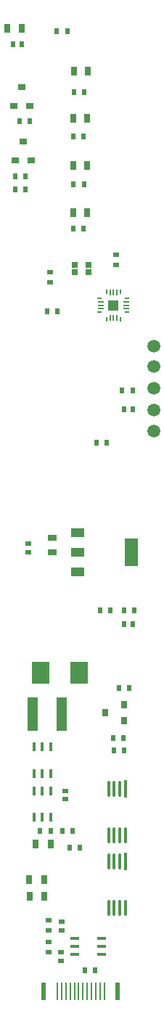
<source format=gtp>
%FSLAX25Y25*%
%MOIN*%
G70*
G01*
G75*
G04 Layer_Color=8421504*
%ADD10R,0.03150X0.03543*%
%ADD11R,0.03150X0.03543*%
%ADD12R,0.03150X0.03937*%
%ADD13C,0.05906*%
%ADD14R,0.05118X0.15748*%
%ADD15R,0.03150X0.02559*%
%ADD16R,0.00787X0.02362*%
%ADD17R,0.00787X0.03150*%
%ADD18R,0.02362X0.00787*%
%ADD19R,0.03150X0.00787*%
%ADD20R,0.05118X0.05118*%
%ADD21R,0.05906X0.03937*%
%ADD22R,0.05906X0.12992*%
%ADD23R,0.01063X0.07874*%
%ADD24R,0.02362X0.07874*%
%ADD25R,0.02165X0.02559*%
%ADD26R,0.01575X0.03937*%
%ADD27R,0.02362X0.02756*%
%ADD28R,0.03937X0.01575*%
%ADD29R,0.01181X0.07874*%
%ADD30O,0.01181X0.07874*%
%ADD31R,0.02559X0.02165*%
%ADD32R,0.03543X0.03150*%
%ADD33R,0.03543X0.03150*%
%ADD34R,0.07874X0.10000*%
%ADD35R,0.02756X0.02362*%
%ADD36R,0.03937X0.03150*%
%ADD37C,0.00787*%
%ADD38C,0.01000*%
%ADD39C,0.01181*%
%ADD40C,0.02362*%
%ADD41C,0.03150*%
%ADD42C,0.01575*%
%ADD43R,0.05906X0.05906*%
%ADD44C,0.01969*%
%ADD45C,0.03150*%
%ADD46C,0.00197*%
%ADD47C,0.00600*%
%ADD48C,0.00500*%
%ADD49C,0.00394*%
%ADD50C,0.00591*%
%ADD51C,0.00709*%
%ADD52C,0.01200*%
D10*
X61191Y-347290D02*
D03*
X52530Y-343550D02*
D03*
D11*
X61191Y-339810D02*
D03*
D12*
X17784Y-420130D02*
D03*
X24476D02*
D03*
X14346Y-29240D02*
D03*
X7654D02*
D03*
X38186Y-48700D02*
D03*
X44485D02*
D03*
X38050Y-70378D02*
D03*
X44350D02*
D03*
X38045Y-92143D02*
D03*
X44345D02*
D03*
X37951Y-113702D02*
D03*
X44250D02*
D03*
X20784Y-403930D02*
D03*
X27477D02*
D03*
X17864Y-427740D02*
D03*
X24556D02*
D03*
D13*
X74810Y-194340D02*
D03*
Y-175140D02*
D03*
Y-214052D02*
D03*
Y-184520D02*
D03*
Y-204319D02*
D03*
D14*
X32644Y-344223D02*
D03*
X19259D02*
D03*
D15*
X38560Y-141080D02*
D03*
X44859D02*
D03*
X38560Y-137733D02*
D03*
X44859D02*
D03*
D16*
X53230Y-162699D02*
D03*
X59530D02*
D03*
Y-150101D02*
D03*
X53230D02*
D03*
D17*
X54805Y-162305D02*
D03*
X56380D02*
D03*
X57955D02*
D03*
Y-150495D02*
D03*
X56380D02*
D03*
X54805D02*
D03*
D18*
X62679Y-159550D02*
D03*
Y-153250D02*
D03*
X50081D02*
D03*
Y-159550D02*
D03*
D19*
X62286Y-157975D02*
D03*
Y-156400D02*
D03*
Y-154825D02*
D03*
X50475D02*
D03*
Y-156400D02*
D03*
Y-157975D02*
D03*
D20*
X56380Y-156400D02*
D03*
D21*
X39918Y-260795D02*
D03*
Y-269850D02*
D03*
Y-278905D02*
D03*
D22*
X64722Y-269850D02*
D03*
D23*
X42414Y-471340D02*
D03*
X30603D02*
D03*
X32572D02*
D03*
X34540D02*
D03*
X36509D02*
D03*
X38477D02*
D03*
X40446D02*
D03*
X44383D02*
D03*
X46351D02*
D03*
X48320D02*
D03*
X50288D02*
D03*
X52257D02*
D03*
D24*
X24422D02*
D03*
X58438D02*
D03*
D25*
X14320Y-36320D02*
D03*
X10383D02*
D03*
X61260Y-302680D02*
D03*
X65197D02*
D03*
X65200Y-204290D02*
D03*
X61263D02*
D03*
D26*
X20040Y-379338D02*
D03*
X27520D02*
D03*
X23780D02*
D03*
Y-391542D02*
D03*
X27520D02*
D03*
X20040D02*
D03*
X27520Y-371362D02*
D03*
X20040D02*
D03*
X23780D02*
D03*
Y-359158D02*
D03*
X20040D02*
D03*
X27520D02*
D03*
D27*
X11170Y-97050D02*
D03*
X15894D02*
D03*
X18042Y-71650D02*
D03*
X13318D02*
D03*
X11170Y-103000D02*
D03*
X15894D02*
D03*
X63682Y-332130D02*
D03*
X58958D02*
D03*
X36328Y-405500D02*
D03*
X41052D02*
D03*
X37732Y-397730D02*
D03*
X33008D02*
D03*
X61102Y-355020D02*
D03*
X56378D02*
D03*
X27492Y-397720D02*
D03*
X22768D02*
D03*
X61192Y-360710D02*
D03*
X56468D02*
D03*
X43338Y-461730D02*
D03*
X48062D02*
D03*
X42782Y-121260D02*
D03*
X38058D02*
D03*
X42822Y-100800D02*
D03*
X38098D02*
D03*
X42782Y-78860D02*
D03*
X38058D02*
D03*
X30722Y-159300D02*
D03*
X25998D02*
D03*
X42872Y-58350D02*
D03*
X38148D02*
D03*
X53352Y-219620D02*
D03*
X48628D02*
D03*
X35152Y-30500D02*
D03*
X30428D02*
D03*
X55082Y-296460D02*
D03*
X50358D02*
D03*
X65992D02*
D03*
X61268D02*
D03*
X60428Y-195580D02*
D03*
X65152D02*
D03*
D28*
X38718Y-454520D02*
D03*
Y-447040D02*
D03*
Y-450780D02*
D03*
X50922D02*
D03*
Y-447040D02*
D03*
Y-454520D02*
D03*
D29*
X61813Y-411956D02*
D03*
Y-378416D02*
D03*
D30*
X59254Y-411956D02*
D03*
X56695D02*
D03*
X54136D02*
D03*
X61813Y-433216D02*
D03*
X59254D02*
D03*
X56695D02*
D03*
X54136D02*
D03*
X59254Y-378416D02*
D03*
X56695D02*
D03*
X54136D02*
D03*
X61813Y-399676D02*
D03*
X59254D02*
D03*
X56695D02*
D03*
X54136D02*
D03*
D31*
X32450Y-453520D02*
D03*
Y-457457D02*
D03*
X32650Y-443470D02*
D03*
Y-439533D02*
D03*
X17330Y-269840D02*
D03*
Y-265903D02*
D03*
X34440Y-383280D02*
D03*
Y-379343D02*
D03*
D32*
X11170Y-89911D02*
D03*
X14910Y-81250D02*
D03*
X10570Y-64811D02*
D03*
X14310Y-56150D02*
D03*
D33*
X18650Y-89911D02*
D03*
X18050Y-64811D02*
D03*
D34*
X40660Y-325270D02*
D03*
X22943D02*
D03*
D35*
X26600Y-438780D02*
D03*
Y-443504D02*
D03*
Y-448778D02*
D03*
Y-453502D02*
D03*
X57470Y-137752D02*
D03*
Y-133028D02*
D03*
X27320Y-141088D02*
D03*
Y-145812D02*
D03*
D36*
X28150Y-269847D02*
D03*
Y-263154D02*
D03*
M02*

</source>
